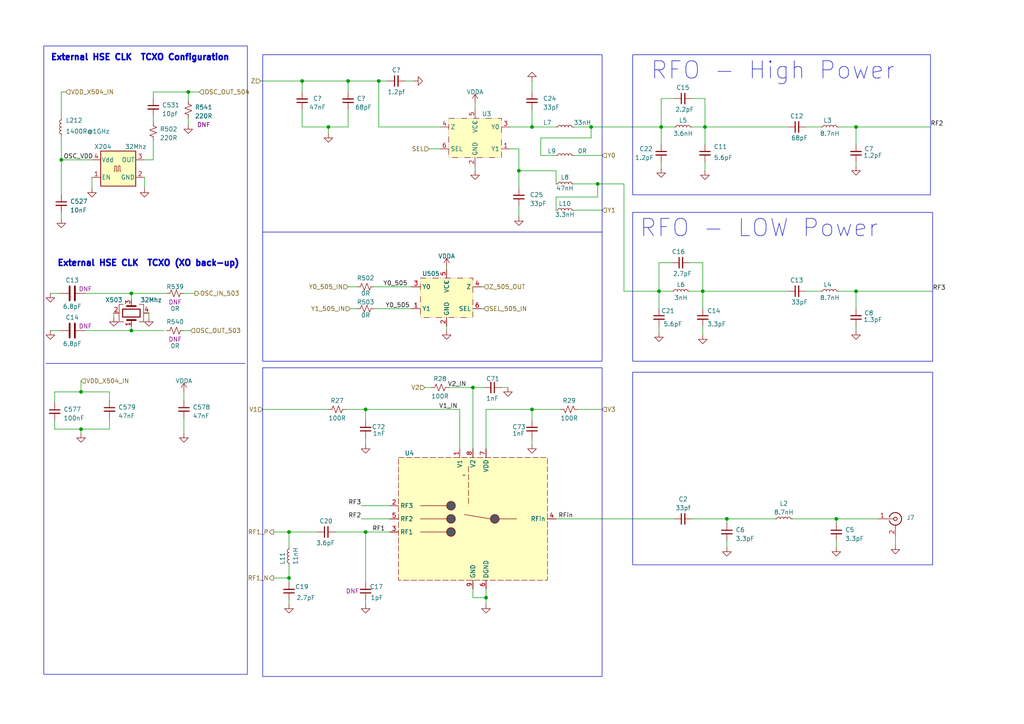
<source format=kicad_sch>
(kicad_sch (version 20230121) (generator eeschema)
  (paper "A4")
  (lib_symbols
    (symbol "Connector:Conn_Coaxial" (pin_names (offset 1.016) hide)
      (property "Reference" "J" (at 0.254 3.048 0))
      (property "Value" "Conn_Coaxial" (at 2.921 0 90))
      (symbol "Conn_Coaxial_0_1"
        (arc (start -1.778 -0.508) (mid 0.2311 -1.8066) (end 1.778 0) (stroke (width 0.254)))
        (polyline (pts (xy -2.54 0) (xy -0.508 0)))
        (polyline (pts (xy 0 -2.54) (xy 0 -1.778)))
        (circle (center 0 0) (radius 0.508) (stroke (width 0.2032)))
        (arc (start 1.778 0) (mid 0.2099 1.8101) (end -1.778 0.508) (stroke (width 0.254)))
      )
      (symbol "Conn_Coaxial_1_1"
        (pin passive line (at -5.08 0 0) (length 2.54) (name "In") (number "1"))
        (pin passive line (at 0 -5.08 90) (length 2.54) (name "Ext") (number "2"))
      )
    )
    (symbol "Device:C" (pin_numbers hide) (pin_names (offset 0.254))
      (property "Reference" "C" (at 0.635 2.54 0))
      (property "Value" "C" (at 0.635 -2.54 0))
      (symbol "C_0_1"
        (polyline (pts (xy -2.032 -0.762) (xy 2.032 -0.762)) (stroke (width 0.508)))
        (polyline (pts (xy -2.032 0.762) (xy 2.032 0.762)) (stroke (width 0.508)))
      )
      (symbol "C_1_1"
        (pin passive line (at 0 3.81 270) (length 2.794) (name "~") (number "1"))
        (pin passive line (at 0 -3.81 90) (length 2.794) (name "~") (number "2"))
      )
    )
    (symbol "Device:C_Small" (pin_numbers hide) (pin_names (offset 0.254) hide)
      (property "Reference" "C" (at 0.254 1.778 0))
      (property "Value" "C_Small" (at 0.254 -2.032 0))
      (symbol "C_Small_0_1"
        (polyline (pts (xy -1.524 -0.508) (xy 1.524 -0.508)) (stroke (width 0.3302)))
        (polyline (pts (xy -1.524 0.508) (xy 1.524 0.508)) (stroke (width 0.3048)))
      )
      (symbol "C_Small_1_1"
        (pin passive line (at 0 2.54 270) (length 2.032) (name "~") (number "1"))
        (pin passive line (at 0 -2.54 90) (length 2.032) (name "~") (number "2"))
      )
    )
    (symbol "Device:Crystal_GND24" (pin_names (offset 1.016) hide)
      (property "Reference" "Y" (at 3.175 5.08 0))
      (property "Value" "Crystal_GND24" (at 3.175 3.175 0))
      (symbol "Crystal_GND24_0_1"
        (rectangle (start -1.143 2.54) (end 1.143 -2.54) (stroke (width 0.3048)))
        (polyline (pts (xy -2.54 0) (xy -2.032 0)))
        (polyline (pts (xy -2.032 -1.27) (xy -2.032 1.27)) (stroke (width 0.508)))
        (polyline (pts (xy 0 -3.81) (xy 0 -3.556)))
        (polyline (pts (xy 0 3.556) (xy 0 3.81)))
        (polyline (pts (xy 2.032 -1.27) (xy 2.032 1.27)) (stroke (width 0.508)))
        (polyline (pts (xy 2.032 0) (xy 2.54 0)))
        (polyline (pts (xy -2.54 -2.286) (xy -2.54 -3.556) (xy 2.54 -3.556) (xy 2.54 -2.286)))
        (polyline (pts (xy -2.54 2.286) (xy -2.54 3.556) (xy 2.54 3.556) (xy 2.54 2.286)))
      )
      (symbol "Crystal_GND24_1_1"
        (pin passive line (at -3.81 0 0) (length 1.27) (name "1") (number "1"))
        (pin passive line (at 0 5.08 270) (length 1.27) (name "2") (number "2"))
        (pin passive line (at 3.81 0 180) (length 1.27) (name "3") (number "3"))
        (pin passive line (at 0 -5.08 90) (length 1.27) (name "4") (number "4"))
      )
    )
    (symbol "Device:L_Small" (pin_numbers hide) (pin_names (offset 0.254) hide)
      (property "Reference" "L" (at 0.762 1.016 0))
      (property "Value" "L_Small" (at 0.762 -1.016 0))
      (symbol "L_Small_0_1"
        (arc (start 0 -2.032) (mid 0.5058 -1.524) (end 0 -1.016))
        (arc (start 0 -1.016) (mid 0.5058 -0.508) (end 0 0))
        (arc (start 0 0) (mid 0.5058 0.508) (end 0 1.016))
        (arc (start 0 1.016) (mid 0.5058 1.524) (end 0 2.032))
      )
      (symbol "L_Small_1_1"
        (pin passive line (at 0 2.54 270) (length 0.508) (name "~") (number "1"))
        (pin passive line (at 0 -2.54 90) (length 0.508) (name "~") (number "2"))
      )
    )
    (symbol "Device:R_Small_US" (pin_numbers hide) (pin_names (offset 0.254) hide)
      (property "Reference" "R" (at 0.762 0.508 0))
      (property "Value" "R_Small_US" (at 0.762 -1.016 0))
      (symbol "R_Small_US_1_1"
        (polyline (pts (xy 0 0) (xy 1.016 -0.381) (xy 0 -0.762) (xy -1.016 -1.143) (xy 0 -1.524)))
        (polyline (pts (xy 0 1.524) (xy 1.016 1.143) (xy 0 0.762) (xy -1.016 0.381) (xy 0 0)))
        (pin passive line (at 0 2.54 270) (length 1.016) (name "~") (number "1"))
        (pin passive line (at 0 -2.54 90) (length 1.016) (name "~") (number "2"))
      )
    )
    (symbol "Oscillator:ASE-xxxMHz" (pin_names (offset 0.254))
      (property "Reference" "X1" (at 12.065 3.1241 0))
      (property "Value" "ASE-xxxMHz" (at 8.89 -7.62 0))
      (symbol "ASE-xxxMHz_0_1"
        (rectangle (start -5.08 5.08) (end 5.08 -5.08) (stroke (width 0.254)) (fill (type background)))
        (polyline (pts (xy -1.27 -0.762) (xy -1.016 -0.762) (xy -1.016 0.762) (xy -0.508 0.762) (xy -0.508 -0.762) (xy 0 -0.762) (xy 0 0.762) (xy 0.508 0.762) (xy 0.508 -0.762) (xy 0.762 -0.762)))
      )
      (symbol "ASE-xxxMHz_1_1"
        (pin input line (at -7.62 -2.54 0) (length 2.54) (name "EN") (number "1"))
        (pin power_in line (at 7.62 -2.54 180) (length 2.54) (name "GND") (number "2"))
        (pin output line (at 7.62 2.54 180) (length 2.54) (name "OUT") (number "3"))
        (pin power_in line (at -7.62 2.54 0) (length 2.54) (name "Vdd") (number "4"))
      )
    )
    (symbol "power:GND" (power) (pin_names (offset 0))
      (property "Value" "GND" (at 0 -3.81 0))
      (symbol "GND_0_1"
        (polyline (pts (xy 0 0) (xy 0 -1.27) (xy 1.27 -1.27) (xy 0 -2.54) (xy -1.27 -1.27) (xy 0 -1.27)))
      )
      (symbol "GND_1_1"
        (pin power_in line (at 0 0 270) (length 0) hide (name "GND") (number "1"))
      )
    )
    (symbol "power:VDDA" (power) (pin_names (offset 0))
      (symbol "VDDA_0_1"
        (polyline (pts (xy -0.762 1.27) (xy 0 2.54)))
        (polyline (pts (xy 0 0) (xy 0 2.54)))
        (polyline (pts (xy 0 2.54) (xy 0.762 1.27)))
      )
      (symbol "VDDA_1_1"
        (pin power_in line (at 0 0 90) (length 0) hide (name "VDDA") (number "1"))
      )
    )
    (symbol "wisp_symbol:2x1_Mux"
      (property "Reference" "U" (at 3.81 6.35 0))
      (symbol "2x1_Mux_1_1"
        (rectangle (start -7.62 5.08) (end 7.62 -6.35) (stroke (width 0) (type dash_dot_dot)) (fill (type background)))
        (pin bidirectional line (at 10.16 -3.81 180) (length 2.54) (name "Y1") (number "1"))
        (pin power_in line (at 0 -8.89 90) (length 2.54) (name "GND") (number "2"))
        (pin bidirectional line (at 10.16 2.54 180) (length 2.54) (name "Y0") (number "3"))
        (pin bidirectional line (at -10.16 2.54 0) (length 2.54) (name "Z") (number "4"))
        (pin power_in line (at 0 7.62 270) (length 2.54) (name "VCC") (number "5"))
        (pin input line (at -10.16 -3.81 0) (length 2.54) (name "SEL") (number "6"))
      )
    )
    (symbol "wisp_symbol:RF_Switch"
      (property "Reference" "U4" (at -18.415 19.05 0))
      (property "Value" "~" (at -2.54 12.7 0))
      (symbol "RF_Switch_0_1"
        (polyline (pts (xy -15.24 -3.81) (xy -7.62 -3.81)))
        (polyline (pts (xy -15.24 0) (xy -7.62 0)))
        (polyline (pts (xy -15.24 3.81) (xy -7.62 3.81)))
        (polyline (pts (xy 12.7 0) (xy 7.62 0)))
      )
      (symbol "RF_Switch_1_1"
        (rectangle (start -21.59 17.78) (end 21.59 -17.78) (stroke (width 0) (type dash)) (fill (type background)))
        (circle (center -6.35 -3.81) (radius 1.27) (fill (type color) (color 84 88 98 1)))
        (circle (center -6.35 0) (radius 1.27) (fill (type color) (color 84 88 98 1)))
        (circle (center -6.35 3.81) (radius 1.27) (fill (type color) (color 84 88 98 1)))
        (polyline (pts (xy -1.27 15.24) (xy -1.27 3.81)) (stroke (width 0) (type dash)))
        (polyline (pts (xy 5.08 0) (xy -2.54 1.27)))
        (circle (center 6.35 0) (radius 1.27) (fill (type color) (color 84 88 98 1)))
        (pin input line (at -3.81 20.32 270) (length 2.54) (name "V1") (number "1"))
        (pin bidirectional line (at -24.13 3.81 0) (length 2.54) (name "RF3") (number "2"))
        (pin bidirectional line (at -24.13 -3.81 0) (length 2.54) (name "RF1") (number "3"))
        (pin bidirectional line (at 24.13 0 180) (length 2.54) (name "RFin") (number "4"))
        (pin bidirectional line (at -24.13 0 0) (length 2.54) (name "RF2") (number "5"))
        (pin power_in line (at 3.81 -20.32 90) (length 2.54) (name "DGND") (number "6"))
        (pin power_in line (at 3.81 20.32 270) (length 2.54) (name "VDD") (number "7"))
        (pin input line (at 0 20.32 270) (length 2.54) (name "V2") (number "8"))
        (pin power_in line (at 0 -20.32 90) (length 2.54) (name "GND") (number "9"))
      )
    )
  )
  (junction (at 171.45 36.83))
  (junction (at 140.97 173.355))
  (junction (at 248.285 36.83))
  (junction (at 87.63 23.495))
  (junction (at 95.25 36.83))
  (junction (at 203.835 84.455))
  (junction (at 38.1 95.885))
  (junction (at 106.045 118.745))
  (junction (at 17.78 46.355))
  (junction (at 154.305 36.83))
  (junction (at 248.285 84.455))
  (junction (at 210.82 150.495))
  (junction (at 23.495 124.46))
  (junction (at 191.77 36.83))
  (junction (at 204.47 36.83))
  (junction (at 83.82 154.305))
  (junction (at 54.61 26.67))
  (junction (at 109.855 23.495))
  (junction (at 106.045 154.305))
  (junction (at 23.495 113.665))
  (junction (at 150.495 49.53))
  (junction (at 242.57 150.495))
  (junction (at 137.16 112.395))
  (junction (at 38.1 85.09))
  (junction (at 154.305 118.745))
  (junction (at 83.82 167.64))
  (junction (at 173.355 53.34))
  (junction (at 100.965 23.495))
  (junction (at 191.135 84.455))
  (wire (pts (xy 100.33 118.745) (xy 106.045 118.745)))
  (wire (pts (xy 106.045 154.305) (xy 113.03 154.305)))
  (wire (pts (xy 200.66 150.495) (xy 210.82 150.495)))
  (wire (pts (xy 38.1 95.885) (xy 47.625 95.885)))
  (wire (pts (xy 137.795 49.53) (xy 137.795 48.26)))
  (wire (pts (xy 17.78 46.355) (xy 17.78 56.515)))
  (wire (pts (xy 54.61 26.67) (xy 57.785 26.67)))
  (wire (pts (xy 191.77 28.575) (xy 191.77 36.83)))
  (wire (pts (xy 109.855 36.83) (xy 127.635 36.83)))
  (wire (pts (xy 150.495 49.53) (xy 161.29 49.53)))
  (wire (pts (xy 154.305 118.745) (xy 162.56 118.745)))
  (wire (pts (xy 83.82 154.305) (xy 92.075 154.305)))
  (wire (pts (xy 204.47 36.83) (xy 228.6 36.83)))
  (wire (pts (xy 210.82 150.495) (xy 210.82 151.765)))
  (wire (pts (xy 14.605 85.09) (xy 17.145 85.09)))
  (wire (pts (xy 166.37 53.34) (xy 173.355 53.34)))
  (wire (pts (xy 38.1 85.09) (xy 38.1 86.995)))
  (wire (pts (xy 83.82 163.83) (xy 83.82 167.64)))
  (wire (pts (xy 43.18 90.805) (xy 43.18 92.075)))
  (polyline (pts (xy 13.335 105.41) (xy 71.12 105.41)))
  (wire (pts (xy 191.135 76.2) (xy 191.135 84.455)))
  (wire (pts (xy 17.78 61.595) (xy 17.78 63.5)))
  (wire (pts (xy 95.25 36.83) (xy 95.25 38.735)))
  (wire (pts (xy 41.91 46.355) (xy 44.45 46.355)))
  (wire (pts (xy 14.605 95.885) (xy 17.145 95.885)))
  (wire (pts (xy 161.29 49.53) (xy 161.29 53.34)))
  (wire (pts (xy 101.6 89.535) (xy 103.505 89.535)))
  (wire (pts (xy 15.875 124.46) (xy 23.495 124.46)))
  (wire (pts (xy 154.305 36.83) (xy 161.29 36.83)))
  (wire (pts (xy 137.16 112.395) (xy 137.16 130.175)))
  (wire (pts (xy 210.82 150.495) (xy 224.79 150.495)))
  (wire (pts (xy 248.285 36.83) (xy 269.875 36.83)))
  (wire (pts (xy 174.625 118.745) (xy 167.64 118.745)))
  (wire (pts (xy 145.415 112.395) (xy 147.32 112.395)))
  (wire (pts (xy 171.45 40.005) (xy 156.845 40.005)))
  (wire (pts (xy 79.375 154.305) (xy 83.82 154.305)))
  (wire (pts (xy 161.29 57.15) (xy 161.29 60.96)))
  (wire (pts (xy 248.285 84.455) (xy 270.51 84.455)))
  (wire (pts (xy 33.02 90.805) (xy 33.02 92.075)))
  (wire (pts (xy 191.135 89.535) (xy 191.135 84.455)))
  (wire (pts (xy 248.285 46.99) (xy 248.285 48.26)))
  (wire (pts (xy 23.495 110.49) (xy 23.495 113.665)))
  (wire (pts (xy 200.66 28.575) (xy 204.47 28.575)))
  (wire (pts (xy 17.78 26.67) (xy 19.05 26.67)))
  (wire (pts (xy 173.355 53.34) (xy 180.975 53.34)))
  (wire (pts (xy 243.205 36.83) (xy 248.285 36.83)))
  (wire (pts (xy 204.47 28.575) (xy 204.47 36.83)))
  (wire (pts (xy 166.37 45.085) (xy 174.625 45.085)))
  (wire (pts (xy 76.2 118.745) (xy 95.25 118.745)))
  (wire (pts (xy 140.97 173.355) (xy 140.97 175.26)))
  (wire (pts (xy 100.965 26.67) (xy 100.965 23.495)))
  (wire (pts (xy 248.285 36.83) (xy 248.285 41.91)))
  (wire (pts (xy 194.945 76.2) (xy 191.135 76.2)))
  (wire (pts (xy 87.63 36.83) (xy 95.25 36.83)))
  (wire (pts (xy 15.875 121.92) (xy 15.875 124.46)))
  (wire (pts (xy 133.35 130.175) (xy 133.35 118.745)))
  (wire (pts (xy 242.57 150.495) (xy 254.635 150.495)))
  (wire (pts (xy 242.57 150.495) (xy 242.57 151.765)))
  (wire (pts (xy 117.475 23.495) (xy 120.015 23.495)))
  (wire (pts (xy 83.82 167.64) (xy 83.82 168.91)))
  (wire (pts (xy 106.045 154.305) (xy 106.045 168.91)))
  (wire (pts (xy 87.63 23.495) (xy 100.965 23.495)))
  (wire (pts (xy 129.54 77.47) (xy 129.54 78.105)))
  (wire (pts (xy 204.47 36.83) (xy 204.47 41.91)))
  (wire (pts (xy 191.77 41.91) (xy 191.77 36.83)))
  (wire (pts (xy 17.78 46.355) (xy 26.67 46.355)))
  (wire (pts (xy 200.025 76.2) (xy 203.835 76.2)))
  (wire (pts (xy 173.355 53.34) (xy 173.355 57.15)))
  (wire (pts (xy 203.835 94.615) (xy 203.835 97.155)))
  (wire (pts (xy 200.66 36.83) (xy 204.47 36.83)))
  (wire (pts (xy 108.585 89.535) (xy 119.38 89.535)))
  (wire (pts (xy 154.305 31.75) (xy 154.305 36.83)))
  (wire (pts (xy 54.61 26.67) (xy 54.61 29.21)))
  (wire (pts (xy 242.57 156.845) (xy 242.57 158.75)))
  (wire (pts (xy 87.63 26.67) (xy 87.63 23.495)))
  (wire (pts (xy 17.78 39.37) (xy 17.78 46.355)))
  (wire (pts (xy 204.47 46.99) (xy 204.47 49.53)))
  (wire (pts (xy 44.45 40.64) (xy 44.45 46.355)))
  (wire (pts (xy 130.175 112.395) (xy 137.16 112.395)))
  (wire (pts (xy 83.82 173.99) (xy 83.82 175.26)))
  (wire (pts (xy 31.75 124.46) (xy 31.75 121.285)))
  (wire (pts (xy 156.845 45.085) (xy 161.29 45.085)))
  (wire (pts (xy 137.795 29.845) (xy 137.795 31.75)))
  (wire (pts (xy 150.495 43.18) (xy 150.495 49.53)))
  (wire (pts (xy 173.355 57.15) (xy 161.29 57.15)))
  (wire (pts (xy 41.91 51.435) (xy 41.91 54.61)))
  (wire (pts (xy 154.305 23.495) (xy 154.305 26.67)))
  (wire (pts (xy 191.135 84.455) (xy 194.945 84.455)))
  (wire (pts (xy 259.715 158.115) (xy 259.715 155.575)))
  (wire (pts (xy 44.45 33.655) (xy 44.45 35.56)))
  (wire (pts (xy 147.955 36.83) (xy 154.305 36.83)))
  (polyline (pts (xy 76.2 67.31) (xy 174.625 67.31)))
  (wire (pts (xy 161.29 150.495) (xy 195.58 150.495)))
  (wire (pts (xy 248.285 94.615) (xy 248.285 95.885)))
  (wire (pts (xy 137.16 170.815) (xy 137.16 173.355)))
  (wire (pts (xy 191.77 36.83) (xy 195.58 36.83)))
  (wire (pts (xy 139.7 89.535) (xy 140.335 89.535)))
  (wire (pts (xy 243.205 84.455) (xy 248.285 84.455)))
  (wire (pts (xy 210.82 156.845) (xy 210.82 158.75)))
  (wire (pts (xy 97.155 154.305) (xy 106.045 154.305)))
  (wire (pts (xy 140.97 130.175) (xy 140.97 118.745)))
  (wire (pts (xy 38.1 94.615) (xy 38.1 95.885)))
  (wire (pts (xy 106.045 121.92) (xy 106.045 118.745)))
  (wire (pts (xy 166.37 60.96) (xy 174.625 60.96)))
  (wire (pts (xy 24.765 85.09) (xy 38.1 85.09)))
  (wire (pts (xy 23.495 113.665) (xy 31.75 113.665)))
  (wire (pts (xy 203.835 76.2) (xy 203.835 84.455)))
  (wire (pts (xy 106.045 173.99) (xy 106.045 175.26)))
  (wire (pts (xy 154.305 121.92) (xy 154.305 118.745)))
  (wire (pts (xy 83.82 158.75) (xy 83.82 154.305)))
  (wire (pts (xy 26.67 51.435) (xy 26.67 54.61)))
  (wire (pts (xy 79.375 167.64) (xy 83.82 167.64)))
  (wire (pts (xy 54.61 34.29) (xy 54.61 36.195)))
  (wire (pts (xy 137.16 112.395) (xy 140.335 112.395)))
  (wire (pts (xy 124.46 43.18) (xy 127.635 43.18)))
  (wire (pts (xy 38.1 85.09) (xy 48.26 85.09)))
  (wire (pts (xy 171.45 36.83) (xy 171.45 40.005)))
  (wire (pts (xy 53.34 113.665) (xy 53.34 116.205)))
  (wire (pts (xy 53.34 95.885) (xy 55.245 95.885)))
  (wire (pts (xy 248.285 84.455) (xy 248.285 89.535)))
  (wire (pts (xy 106.045 118.745) (xy 133.35 118.745)))
  (wire (pts (xy 129.54 94.615) (xy 129.54 95.885)))
  (wire (pts (xy 191.77 46.99) (xy 191.77 48.895)))
  (wire (pts (xy 140.97 173.355) (xy 140.97 170.815)))
  (wire (pts (xy 53.34 121.285) (xy 53.34 125.73)))
  (wire (pts (xy 180.975 84.455) (xy 191.135 84.455)))
  (wire (pts (xy 139.7 83.185) (xy 140.335 83.185)))
  (wire (pts (xy 203.835 84.455) (xy 203.835 89.535)))
  (wire (pts (xy 150.495 49.53) (xy 150.495 54.61)))
  (wire (pts (xy 112.395 23.495) (xy 109.855 23.495)))
  (wire (pts (xy 195.58 28.575) (xy 191.77 28.575)))
  (wire (pts (xy 24.765 95.885) (xy 38.1 95.885)))
  (wire (pts (xy 106.045 127) (xy 106.045 128.905)))
  (wire (pts (xy 166.37 36.83) (xy 171.45 36.83)))
  (wire (pts (xy 180.975 53.34) (xy 180.975 84.455)))
  (wire (pts (xy 150.495 62.865) (xy 150.495 59.69)))
  (wire (pts (xy 137.16 173.355) (xy 140.97 173.355)))
  (wire (pts (xy 154.305 127) (xy 154.305 128.905)))
  (wire (pts (xy 23.495 124.46) (xy 31.75 124.46)))
  (wire (pts (xy 23.495 113.665) (xy 15.875 113.665)))
  (wire (pts (xy 23.495 124.46) (xy 23.495 125.73)))
  (wire (pts (xy 100.965 23.495) (xy 109.855 23.495)))
  (wire (pts (xy 109.855 23.495) (xy 109.855 36.83)))
  (wire (pts (xy 108.585 83.185) (xy 119.38 83.185)))
  (wire (pts (xy 171.45 36.83) (xy 191.77 36.83)))
  (wire (pts (xy 156.845 40.005) (xy 156.845 45.085)))
  (wire (pts (xy 15.875 113.665) (xy 15.875 116.84)))
  (wire (pts (xy 31.75 113.665) (xy 31.75 116.205)))
  (wire (pts (xy 200.025 84.455) (xy 203.835 84.455)))
  (wire (pts (xy 104.775 146.685) (xy 113.03 146.685)))
  (wire (pts (xy 53.34 85.09) (xy 56.515 85.09)))
  (wire (pts (xy 44.45 26.67) (xy 54.61 26.67)))
  (wire (pts (xy 191.135 94.615) (xy 191.135 96.52)))
  (wire (pts (xy 75.565 23.495) (xy 87.63 23.495)))
  (wire (pts (xy 100.965 36.83) (xy 100.965 31.75)))
  (wire (pts (xy 95.25 36.83) (xy 100.965 36.83)))
  (wire (pts (xy 104.775 150.495) (xy 113.03 150.495)))
  (wire (pts (xy 87.63 31.75) (xy 87.63 36.83)))
  (wire (pts (xy 100.965 83.185) (xy 103.505 83.185)))
  (wire (pts (xy 203.835 84.455) (xy 228.6 84.455)))
  (wire (pts (xy 44.45 28.575) (xy 44.45 26.67)))
  (wire (pts (xy 140.97 118.745) (xy 154.305 118.745)))
  (wire (pts (xy 229.87 150.495) (xy 242.57 150.495)))
  (wire (pts (xy 147.955 43.18) (xy 150.495 43.18)))
  (wire (pts (xy 233.68 84.455) (xy 238.125 84.455)))
  (wire (pts (xy 233.68 36.83) (xy 238.125 36.83)))
  (wire (pts (xy 123.19 112.395) (xy 125.095 112.395)))
  (wire (pts (xy 17.78 26.67) (xy 17.78 34.29)))
  (rectangle (start 183.515 15.875) (end 269.875 56.515))
  (rectangle (start 12.7 13.335) (end 71.755 195.58))
  (rectangle (start 183.515 107.95) (end 270.51 163.83))
  (rectangle (start 76.2 106.68) (end 174.625 196.215))
  (rectangle (start 76.2 15.875) (end 174.625 104.775))
  (rectangle (start 183.515 61.595) (end 270.51 104.775))
  (text "External HSE CLK  TCXO Configuration" (at 14.605 17.78 0) (effects (font (size 1.75 1.75) (thickness 0.55) bold) (justify left bottom)))
  (text "RFO - High Power" (at 188.595 23.495 0) (effects (font (size 5 5)) (justify left bottom)))
  (text "External HSE CLK  TCXO (XO back-up)\n" (at 16.51 77.47 0) (effects (font (size 1.75 1.75) (thickness 0.55) bold) (justify left bottom)))
  (text "RFO - LOW Power" (at 185.42 69.215 0) (effects (font (size 5 5)) (justify left bottom)))
  (label "V2_IN" (at 135.255 112.395 180))
  (label "RF1" (at 107.95 154.305 0))
  (label "RF3" (at 270.51 84.455 0))
  (label "OSC_VDD" (at 18.415 46.355 0))
  (label "RF2" (at 269.875 36.83 0))
  (label "Y0_505" (at 111.125 83.185 0))
  (label "V1_IN" (at 132.715 118.745 180))
  (label "RF3" (at 104.775 146.685 180))
  (label "RFin" (at 161.925 150.495 0))
  (label "RF2" (at 104.775 150.495 180))
  (label "Y0_505" (at 111.76 89.535 0))
  (hierarchical_label "OSC_OUT_503" (shape input) (at 55.245 95.885 0))
  (hierarchical_label "Y1" (shape input) (at 174.625 60.96 0))
  (hierarchical_label "SEL_505_IN" (shape input) (at 140.335 89.535 0))
  (hierarchical_label "V3" (shape input) (at 174.625 118.745 0))
  (hierarchical_label "SEL" (shape input) (at 124.46 43.18 180))
  (hierarchical_label "Y0_505_IN" (shape input) (at 100.965 83.185 180))
  (hierarchical_label "V2" (shape input) (at 123.19 112.395 180))
  (hierarchical_label "Y0" (shape input) (at 174.625 45.085 0))
  (hierarchical_label "Y1_505_IN" (shape input) (at 101.6 89.535 180))
  (hierarchical_label "VDD_X504_IN" (shape input) (at 19.05 26.67 0))
  (hierarchical_label "Z_505_OUT" (shape input) (at 140.335 83.185 0))
  (hierarchical_label "VDD_X504_IN" (shape input) (at 23.495 110.49 0))
  (hierarchical_label "Z" (shape input) (at 75.565 23.495 180))
  (hierarchical_label "V1" (shape input) (at 76.2 118.745 180))
  (hierarchical_label "OSC_IN_503" (shape output) (at 56.515 85.09 0))
  (hierarchical_label "RF1_P" (shape output) (at 79.375 154.305 180))
  (hierarchical_label "OSC_OUT_504" (shape input) (at 57.785 26.67 0))
  (hierarchical_label "RF1_N" (shape output) (at 79.375 167.64 180))
  (symbol (lib_id "Device:C_Small") (at 142.875 112.395 270) (unit 1)
    (property "Reference" "C71" (at 140.97 109.855 90) (effects (justify left)))
    (property "Value" "1nF" (at 140.97 115.57 90) (effects (justify left)))
  )
  (symbol (lib_id "Device:C_Small") (at 191.77 44.45 0) (unit 1)
    (property "Reference" "C22" (at 185.42 43.18 0) (effects (justify left)))
    (property "Value" "1.2pF" (at 184.15 45.72 0) (effects (justify left)))
  )
  (symbol (lib_id "Device:C_Small") (at 231.14 36.83 90) (unit 1)
    (property "Reference" "C12" (at 233.045 33.655 90) (effects (justify left)))
    (property "Value" "68pF" (at 234.315 40.005 90) (effects (justify left)))
  )
  (symbol (lib_id "Device:L_Small") (at 163.83 36.83 90) (unit 1)
    (property "Reference" "L7" (at 158.75 35.56 90))
    (property "Value" "33nH" (at 168.91 35.56 90))
  )
  (symbol (lib_id "Oscillator:ASE-xxxMHz") (at 34.29 48.895 0) (unit 1)
    (property "Reference" "X204" (at 29.845 42.545 0))
    (property "Value" "32Mhz" (at 39.37 42.545 0))
    (property "Footprint" "Oscillator:Oscillator_SMD_Abracon_ASE-4Pin_3.2x2.5mm" (effects hide))
    (property "Datasheet" "http://www.abracon.com/Oscillators/ASV.pdf" (effects hide))
    (instances (project "beta_prototype" (path "" (reference "X204") (unit 1)) (path "" (reference "X504") (unit 1))) (project "sensor-hw" (path "" (reference "X204") (unit 1))))
  )
  (symbol (lib_id "Device:C_Small") (at 106.045 171.45 180) (unit 1)
    (property "Reference" "C17" (at 111.125 170.18 0) (effects (justify left)))
    (property "Value" "1pF" (at 111.125 173.355 0) (effects (justify left)))
    (property "value2" "DNF" (at 102.235 171.45 0))
  )
  (symbol (lib_id "Device:L_Small") (at 240.665 36.83 90) (unit 1)
    (property "Reference" "L3" (at 240.03 34.925 90))
    (property "Value" "8.7nH" (at 240.665 38.735 90))
  )
  (symbol (lib_id "power:GND") (at 129.54 95.885 0) (unit 1)
    (property "Reference" "#PWR056" (effects hide))
    (property "Value" "GND" (effects hide))
  )
  (symbol (lib_id "Device:C_Small") (at 87.63 29.21 180) (unit 1)
    (property "Reference" "C?" (at 92.075 28.575 0))
    (property "Value" "47nF" (at 92.075 31.115 0))
  )
  (symbol (lib_id "Device:R_Small_US") (at 50.8 95.885 90) (unit 1)
    (property "Reference" "R540" (at 50.8 93.345 90))
    (property "Value" "0R" (at 50.8 100.33 90))
    (property "value2" "DNF" (at 50.8 98.425 90))
  )
  (symbol (lib_id "Device:C_Small") (at 150.495 57.15 180) (unit 1)
    (property "Reference" "C25" (at 153.67 56.5086 0) (effects (justify right)))
    (property "Value" "33pF" (at 153.67 59.0486 0) (effects (justify right)))
  )
  (symbol (lib_id "power:VDDA") (at 53.34 113.665 0) (unit 1)
    (property "Reference" "#PWR066" (effects hide))
    (property "Value" "VDD_APP" (at 53.34 110.49 0))
  )
  (symbol (lib_id "Device:C") (at 20.955 95.885 90) (unit 1)
    (property "Reference" "C14" (at 20.955 92.075 90))
    (property "Value" "6.8pF" (at 20.955 99.695 90))
    (property "value2" "DNF" (at 24.765 94.615 90))
    (instances (project "beta_prototype" (path "" (reference "C14") (unit 1)) (path "" (reference "C538") (unit 1))) (project "sensor-hw" (path "" (reference "C14") (unit 1))))
  )
  (symbol (lib_id "Device:C_Small") (at 53.34 118.745 0) (unit 1)
    (property "Reference" "C578" (at 55.88 118.1163 0) (effects (justify left)))
    (property "Value" "47nF" (at 55.88 120.6563 0) (effects (justify left)))
  )
  (symbol (lib_id "power:GND") (at 154.305 23.495 180) (unit 1)
    (property "Reference" "#PWR034" (effects hide))
    (property "Value" "GND" (effects hide))
  )
  (symbol (lib_id "Device:C_Small") (at 83.82 171.45 180) (unit 1)
    (property "Reference" "C19" (at 89.535 170.18 0) (effects (justify left)))
    (property "Value" "2.7pF" (at 91.44 173.355 0) (effects (justify left)))
  )
  (symbol (lib_id "power:GND") (at 95.25 38.735 0) (unit 1)
    (property "Reference" "#PWR031" (effects hide))
    (property "Value" "GND" (effects hide))
  )
  (symbol (lib_id "power:GND") (at 154.305 128.905 0) (mirror y) (unit 1)
    (property "Reference" "#PWR047" (effects hide))
    (property "Value" "GND" (effects hide))
  )
  (symbol (lib_id "Device:L_Small") (at 198.12 36.83 90) (unit 1)
    (property "Reference" "L5" (at 198.12 34.925 90))
    (property "Value" "3.6nH" (at 198.12 38.735 90))
  )
  (symbol (lib_id "Device:R_Small_US") (at 50.8 85.09 90) (unit 1)
    (property "Reference" "R539" (at 50.8 83.185 90))
    (property "Value" "0R" (at 50.8 89.535 90))
    (property "value2" "DNF" (at 50.8 87.63 90))
  )
  (symbol (lib_id "Device:L_Small") (at 83.82 161.29 180) (unit 1)
    (property "Reference" "L11" (at 81.915 161.925 90))
    (property "Value" "11nH" (at 85.725 161.29 90))
  )
  (symbol (lib_id "Connector:Conn_Coaxial") (at 259.715 150.495 0) (unit 1)
    (property "Reference" "J7" (at 262.89 150.1532 0) (effects (justify left)))
    (property "Value" "Conn_Coaxial" (effects hide))
    (property "Datasheet" " ~" (effects hide))
  )
  (symbol (lib_id "power:GND") (at 106.045 128.905 0) (unit 1)
    (property "Reference" "#PWR045" (effects hide))
    (property "Value" "GND" (effects hide))
  )
  (symbol (lib_id "power:GND") (at 191.135 96.52 0) (unit 1)
    (property "Reference" "#PWR039" (effects hide))
    (property "Value" "GND" (effects hide))
  )
  (symbol (lib_id "Device:C_Small") (at 198.12 28.575 90) (unit 1)
    (property "Reference" "C15" (at 200.025 25.4 90) (effects (justify left)))
    (property "Value" "2.2pF" (at 201.295 31.75 90) (effects (justify left)))
  )
  (symbol (lib_id "power:GND") (at 106.045 175.26 0) (unit 1)
    (property "Reference" "#PWR043" (effects hide))
    (property "Value" "GND" (effects hide))
  )
  (symbol (lib_id "Device:R_Small_US") (at 106.045 89.535 90) (unit 1)
    (property "Reference" "R503" (at 106.045 87.63 90))
    (property "Value" "0R" (at 106.045 91.44 90))
  )
  (symbol (lib_id "power:GND") (at 147.32 112.395 0) (unit 1)
    (property "Reference" "#PWR046" (effects hide))
    (property "Value" "GND" (effects hide))
  )
  (symbol (lib_id "Device:C_Small") (at 17.78 59.055 0) (unit 1)
    (property "Reference" "C527" (at 20.32 58.42 0) (effects (justify left)))
    (property "Value" "10nF" (at 20.32 60.96 0) (effects (justify left)))
  )
  (symbol (lib_id "wisp_symbol:2x1_Mux") (at 129.54 85.725 0) (mirror y) (unit 1)
    (property "Reference" "U505" (at 127.5841 79.375 0) (effects (justify left)))
    (property "Value" "~" (at 129.54 81.915 0))
  )
  (symbol (lib_id "Device:L_Small") (at 240.665 84.455 90) (unit 1)
    (property "Reference" "L4" (at 240.03 82.55 90))
    (property "Value" "8.7nH" (at 240.665 86.36 90))
  )
  (symbol (lib_id "power:GND") (at 137.795 49.53 0) (unit 1)
    (property "Reference" "#PWR032" (effects hide))
    (property "Value" "GND" (effects hide))
  )
  (symbol (lib_id "power:GND") (at 120.015 23.495 90) (unit 1)
    (property "Reference" "#PWR030" (effects hide))
    (property "Value" "GND" (effects hide))
  )
  (symbol (lib_id "power:GND") (at 43.18 92.075 0) (unit 1)
    (property "Reference" "#PWR016" (effects hide))
    (property "Value" "GND" (effects hide))
    (instances (project "beta_prototype" (path "" (reference "#PWR016") (unit 1)) (path "" (reference "#PWR062") (unit 1))) (project "sensor-hw" (path "" (reference "#PWR016") (unit 1))))
  )
  (symbol (lib_id "Device:R_Small_US") (at 54.61 31.75 0) (unit 1)
    (property "Reference" "R541" (at 56.515 31.115 0) (effects (justify left)))
    (property "Value" "220R" (at 56.515 33.655 0) (effects (justify left)))
    (property "value2" "DNF" (at 59.055 36.195 0))
  )
  (symbol (lib_id "power:VDDA") (at 129.54 77.47 0) (unit 1)
    (property "Reference" "#PWR054" (effects hide))
    (property "Value" "VDD_APP" (at 129.54 74.295 0))
  )
  (symbol (lib_id "Device:L_Small") (at 197.485 84.455 90) (unit 1)
    (property "Reference" "L6" (at 197.485 82.55 90))
    (property "Value" "3nH" (at 197.485 86.36 90))
  )
  (symbol (lib_id "power:GND") (at 33.02 92.075 0) (unit 1)
    (property "Reference" "#PWR016" (effects hide))
    (property "Value" "GND" (effects hide))
    (instances (project "beta_prototype" (path "" (reference "#PWR016") (unit 1)) (path "" (reference "#PWR061") (unit 1))) (project "sensor-hw" (path "" (reference "#PWR016") (unit 1))))
  )
  (symbol (lib_id "power:GND") (at 248.285 48.26 0) (unit 1)
    (property "Reference" "#PWR037" (effects hide))
    (property "Value" "GND" (effects hide))
  )
  (symbol (lib_id "Device:C_Small") (at 242.57 154.305 0) (unit 1)
    (property "Reference" "C5" (at 245.11 153.6763 0) (effects (justify left)))
    (property "Value" "3.3pF" (at 245.11 156.2163 0) (effects (justify left)))
  )
  (symbol (lib_id "Device:R_Small_US") (at 106.045 83.185 90) (unit 1)
    (property "Reference" "R502" (at 106.045 80.645 90))
    (property "Value" "0R" (at 106.045 85.09 90))
  )
  (symbol (lib_id "Device:R_Small_US") (at 44.45 38.1 0) (unit 1)
    (property "Reference" "R502" (at 46.355 37.465 0) (effects (justify left)))
    (property "Value" "220R" (at 46.355 40.005 0) (effects (justify left)))
  )
  (symbol (lib_id "wisp_symbol:RF_Switch") (at 137.16 150.495 0) (unit 1)
    (property "Reference" "U4" (at 118.745 131.445 0))
    (property "Value" "~" (at 134.62 137.795 0))
  )
  (symbol (lib_id "power:GND") (at 248.285 95.885 0) (unit 1)
    (property "Reference" "#PWR041" (effects hide))
    (property "Value" "GND" (effects hide))
  )
  (symbol (lib_id "power:GND") (at 259.715 158.115 0) (unit 1)
    (property "Reference" "#PWR050" (effects hide))
    (property "Value" "GND" (effects hide))
  )
  (symbol (lib_id "Device:C_Small") (at 15.875 119.38 0) (unit 1)
    (property "Reference" "C577" (at 18.415 118.745 0) (effects (justify left)))
    (property "Value" "100nF" (at 18.415 121.285 0) (effects (justify left)))
  )
  (symbol (lib_id "Device:C_Small") (at 191.135 92.075 0) (unit 1)
    (property "Reference" "C21" (at 191.77 90.17 0) (effects (justify left)))
    (property "Value" "5.6pF" (at 192.405 93.98 0) (effects (justify left)))
  )
  (symbol (lib_id "Device:C_Small") (at 204.47 44.45 0) (unit 1)
    (property "Reference" "C11" (at 207.01 42.545 0) (effects (justify left)))
    (property "Value" "5.6pF" (at 207.01 45.72 0) (effects (justify left)))
  )
  (symbol (lib_id "power:GND") (at 14.605 85.09 0) (unit 1)
    (property "Reference" "#PWR010" (effects hide))
    (property "Value" "GND" (effects hide))
    (instances (project "beta_prototype" (path "" (reference "#PWR010") (unit 1)) (path "" (reference "#PWR063") (unit 1))) (project "sensor-hw" (path "" (reference "#PWR010") (unit 1))))
  )
  (symbol (lib_id "Device:C_Small") (at 248.285 92.075 180) (unit 1)
    (property "Reference" "C8" (at 253.365 90.805 0) (effects (justify left)))
    (property "Value" "1.3pF" (at 255.905 92.71 0) (effects (justify left)))
  )
  (symbol (lib_id "power:GND") (at 203.835 97.155 0) (unit 1)
    (property "Reference" "#PWR040" (effects hide))
    (property "Value" "GND" (effects hide))
  )
  (symbol (lib_id "Device:L_Small") (at 163.83 53.34 90) (unit 1)
    (property "Reference" "L8" (at 163.83 51.435 90))
    (property "Value" "47nH" (at 163.83 54.61 90))
  )
  (symbol (lib_id "power:GND") (at 150.495 62.865 0) (unit 1)
    (property "Reference" "#PWR038" (effects hide))
    (property "Value" "GND" (effects hide))
  )
  (symbol (lib_id "Device:R_Small_US") (at 165.1 118.745 270) (mirror x) (unit 1)
    (property "Reference" "R29" (at 165.1 116.205 90))
    (property "Value" "100R" (at 165.1 121.285 90))
  )
  (symbol (lib_id "power:GND") (at 140.97 175.26 0) (unit 1)
    (property "Reference" "#PWR044" (effects hide))
    (property "Value" "GND" (effects hide))
  )
  (symbol (lib_id "power:GND") (at 17.78 63.5 0) (unit 1)
    (property "Reference" "#PWR057" (effects hide))
    (property "Value" "GND" (effects hide))
    (instances (project "beta_prototype" (path "" (reference "#PWR057") (unit 1)) (path "" (reference "#PWR058") (unit 1))) (project "sensor-hw" (path "" (reference "#PWR057") (unit 1))))
  )
  (symbol (lib_id "Device:L_Small") (at 17.78 36.83 180) (unit 1)
    (property "Reference" "L212" (at 19.05 34.925 0) (effects (justify right)))
    (property "Value" "1400R@1GHz" (at 19.05 38.1 0) (effects (justify right)))
    (instances (project "beta_prototype" (path "" (reference "L212") (unit 1)) (path "" (reference "L512") (unit 1))) (project "sensor-hw" (path "" (reference "L212") (unit 1))))
  )
  (symbol (lib_id "power:GND") (at 26.67 54.61 0) (unit 1)
    (property "Reference" "#PWR057" (effects hide))
    (property "Value" "GND" (effects hide))
  )
  (symbol (lib_id "Device:C_Small") (at 154.305 29.21 0) (unit 1)
    (property "Reference" "C24" (at 157.48 28.5813 0) (effects (justify left)))
    (property "Value" "33pF" (at 157.48 31.1213 0) (effects (justify left)))
  )
  (symbol (lib_id "wisp_symbol:2x1_Mux") (at 137.795 39.37 0) (unit 1)
    (property "Reference" "U3" (at 139.7509 33.02 0) (effects (justify left)))
    (property "Value" "~" (at 137.795 35.56 0))
  )
  (symbol (lib_id "power:GND") (at 23.495 125.73 0) (unit 1)
    (property "Reference" "#PWR065" (effects hide))
    (property "Value" "GND" (effects hide))
  )
  (symbol (lib_id "power:GND") (at 54.61 36.195 0) (unit 1)
    (property "Reference" "#PWR057" (effects hide))
    (property "Value" "GND" (effects hide))
    (instances (project "beta_prototype" (path "" (reference "#PWR057") (unit 1)) (path "" (reference "#PWR060") (unit 1))) (project "sensor-hw" (path "" (reference "#PWR057") (unit 1))))
  )
  (symbol (lib_id "Device:C_Small") (at 210.82 154.305 0) (unit 1)
    (property "Reference" "C6" (at 213.36 153.6763 0) (effects (justify left)))
    (property "Value" "3.3pF" (at 213.36 156.2163 0) (effects (justify left)))
  )
  (symbol (lib_id "Device:Crystal_GND24") (at 38.1 90.805 90) (unit 1)
    (property "Reference" "X503" (at 33.02 86.995 90))
    (property "Value" "32Mhz" (at 43.815 86.995 90))
  )
  (symbol (lib_id "power:GND") (at 204.47 49.53 0) (unit 1)
    (property "Reference" "#PWR036" (effects hide))
    (property "Value" "GND" (effects hide))
  )
  (symbol (lib_id "Device:C_Small") (at 203.835 92.075 0) (unit 1)
    (property "Reference" "C14" (at 205.105 90.17 0) (effects (justify left)))
    (property "Value" "3.3pF" (at 205.105 93.98 0) (effects (justify left)))
  )
  (symbol (lib_id "Device:R_Small_US") (at 127.635 112.395 90) (unit 1)
    (property "Reference" "R28" (at 127.635 109.855 90))
    (property "Value" "100R" (at 127.635 114.935 90))
  )
  (symbol (lib_id "power:GND") (at 242.57 158.75 0) (unit 1)
    (property "Reference" "#PWR049" (effects hide))
    (property "Value" "GND" (effects hide))
  )
  (symbol (lib_id "Device:C_Small") (at 31.75 118.745 0) (unit 1)
    (property "Reference" "C579" (at 34.29 118.1163 0) (effects (justify left)))
    (property "Value" "47nF" (at 34.29 120.6563 0) (effects (justify left)))
  )
  (symbol (lib_id "Device:C_Small") (at 198.12 150.495 90) (unit 1)
    (property "Reference" "C2" (at 198.1263 144.78 90))
    (property "Value" "33pf" (at 198.1263 147.32 90))
  )
  (symbol (lib_id "power:GND") (at 53.34 125.73 0) (unit 1)
    (property "Reference" "#PWR067" (effects hide))
    (property "Value" "GND" (effects hide))
  )
  (symbol (lib_id "power:VDDA") (at 137.795 29.845 0) (unit 1)
    (property "Reference" "#PWR033" (effects hide))
    (property "Value" "VDD_APP" (at 137.795 26.67 0))
  )
  (symbol (lib_id "Device:C_Small") (at 44.45 31.115 0) (unit 1)
    (property "Reference" "C531" (at 46.99 30.48 0) (effects (justify left)))
    (property "Value" "10pf" (at 46.99 33.02 0) (effects (justify left)))
  )
  (symbol (lib_id "Device:C_Small") (at 197.485 76.2 90) (unit 1)
    (property "Reference" "C16" (at 198.755 73.025 90) (effects (justify left)))
    (property "Value" "2.7pF" (at 200.66 79.375 90) (effects (justify left)))
  )
  (symbol (lib_id "power:GND") (at 210.82 158.75 0) (unit 1)
    (property "Reference" "#PWR048" (effects hide))
    (property "Value" "GND" (effects hide))
  )
  (symbol (lib_id "power:GND") (at 41.91 54.61 0) (unit 1)
    (property "Reference" "#PWR057" (effects hide))
    (property "Value" "GND" (effects hide))
    (instances (project "beta_prototype" (path "" (reference "#PWR057") (unit 1)) (path "" (reference "#PWR059") (unit 1))) (project "sensor-hw" (path "" (reference "#PWR057") (unit 1))))
  )
  (symbol (lib_id "Device:L_Small") (at 163.83 45.085 90) (unit 1)
    (property "Reference" "L9" (at 160.02 43.815 90))
    (property "Value" "0R" (at 168.91 43.815 90))
  )
  (symbol (lib_id "Device:C_Small") (at 154.305 124.46 0) (mirror x) (unit 1)
    (property "Reference" "C73" (at 148.59 123.825 0) (effects (justify left)))
    (property "Value" "1nF" (at 148.59 125.73 0) (effects (justify left)))
  )
  (symbol (lib_id "Device:C_Small") (at 100.965 29.21 180) (unit 1)
    (property "Reference" "C?" (at 104.775 28.575 0))
    (property "Value" "68pF" (at 105.41 31.115 0))
  )
  (symbol (lib_id "Device:L_Small") (at 163.83 60.96 90) (unit 1)
    (property "Reference" "L10" (at 163.83 59.055 90))
    (property "Value" "3.3nH" (at 163.83 62.23 90))
  )
  (symbol (lib_id "Device:C_Small") (at 231.14 84.455 90) (unit 1)
    (property "Reference" "C13" (at 233.045 81.28 90) (effects (justify left)))
    (property "Value" "33pF" (at 234.315 87.63 90) (effects (justify left)))
  )
  (symbol (lib_id "Device:C_Small") (at 248.285 44.45 180) (unit 1)
    (property "Reference" "C7" (at 253.365 43.18 0) (effects (justify left)))
    (property "Value" "1.2pF" (at 255.905 45.085 0) (effects (justify left)))
  )
  (symbol (lib_id "Device:C") (at 20.955 85.09 90) (unit 1)
    (property "Reference" "C13" (at 20.955 81.28 90))
    (property "Value" "6.8pF" (at 20.955 88.9 90))
    (property "value2" "DNF" (at 24.765 83.82 90))
    (instances (project "beta_prototype" (path "" (reference "C13") (unit 1)) (path "" (reference "C30") (unit 1))) (project "sensor-hw" (path "" (reference "C13") (unit 1))))
  )
  (symbol (lib_id "power:GND") (at 14.605 95.885 0) (unit 1)
    (property "Reference" "#PWR016" (effects hide))
    (property "Value" "GND" (effects hide))
    (instances (project "beta_prototype" (path "" (reference "#PWR016") (unit 1)) (path "" (reference "#PWR064") (unit 1))) (project "sensor-hw" (path "" (reference "#PWR016") (unit 1))))
  )
  (symbol (lib_id "Device:C_Small") (at 106.045 124.46 180) (unit 1)
    (property "Reference" "C72" (at 111.76 123.825 0) (effects (justify left)))
    (property "Value" "1nF" (at 111.76 125.73 0) (effects (justify left)))
  )
  (symbol (lib_id "power:GND") (at 191.77 48.895 0) (unit 1)
    (property "Reference" "#PWR035" (effects hide))
    (property "Value" "GND" (effects hide))
  )
  (symbol (lib_id "Device:R_Small_US") (at 97.79 118.745 90) (unit 1)
    (property "Reference" "R27" (at 97.79 116.205 90))
    (property "Value" "100R" (at 97.79 121.285 90))
  )
  (symbol (lib_id "power:GND") (at 83.82 175.26 0) (unit 1)
    (property "Reference" "#PWR042" (effects hide))
    (property "Value" "GND" (effects hide))
  )
  (symbol (lib_id "Device:C_Small") (at 114.935 23.495 90) (unit 1)
    (property "Reference" "C?" (at 114.935 20.32 90))
    (property "Value" "1.2pf" (at 114.935 26.67 90))
  )
  (symbol (lib_id "Device:C_Small") (at 94.615 154.305 90) (unit 1)
    (property "Reference" "C20" (at 96.52 151.13 90) (effects (justify left)))
    (property "Value" "3.6pF" (at 97.155 157.48 90) (effects (justify left)))
  )
  (symbol (lib_id "Device:L_Small") (at 227.33 150.495 90) (unit 1)
    (property "Reference" "L2" (at 227.33 146.05 90))
    (property "Value" "8.7nH" (at 227.33 148.59 90))
  )
)
</source>
